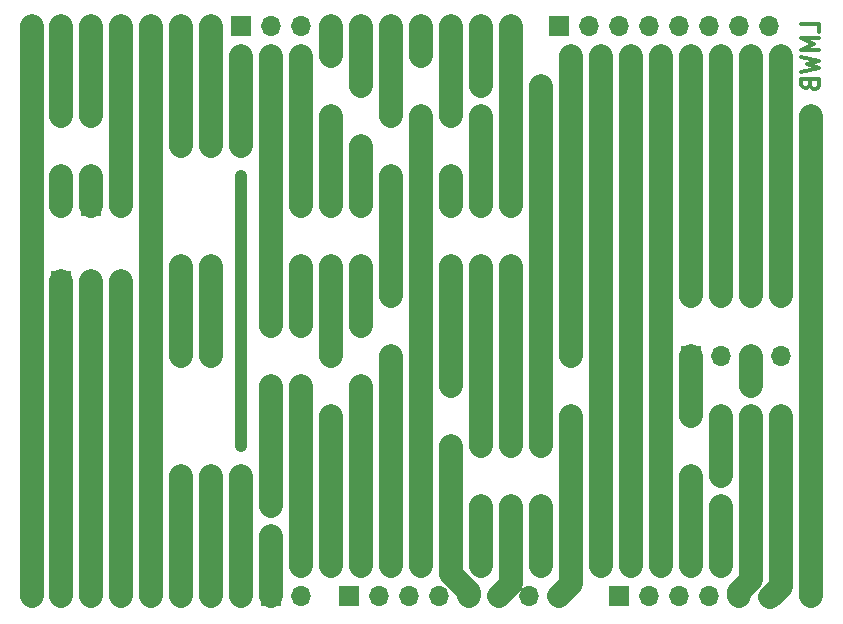
<source format=gbl>
G04 #@! TF.GenerationSoftware,KiCad,Pcbnew,8.0.6*
G04 #@! TF.CreationDate,2024-11-11T09:26:17+01:00*
G04 #@! TF.ProjectId,lmwb_lochraster_arduino_L293D,6c6d7762-5f6c-46f6-9368-726173746572,V.0.1*
G04 #@! TF.SameCoordinates,Original*
G04 #@! TF.FileFunction,Copper,L2,Bot*
G04 #@! TF.FilePolarity,Positive*
%FSLAX46Y46*%
G04 Gerber Fmt 4.6, Leading zero omitted, Abs format (unit mm)*
G04 Created by KiCad (PCBNEW 8.0.6) date 2024-11-11 09:26:17*
%MOMM*%
%LPD*%
G01*
G04 APERTURE LIST*
%ADD10C,0.300000*%
G04 #@! TA.AperFunction,NonConductor*
%ADD11C,0.300000*%
G04 #@! TD*
G04 #@! TA.AperFunction,ComponentPad*
%ADD12R,1.700000X1.700000*%
G04 #@! TD*
G04 #@! TA.AperFunction,ComponentPad*
%ADD13O,1.700000X1.700000*%
G04 #@! TD*
G04 #@! TA.AperFunction,ComponentPad*
%ADD14C,1.400000*%
G04 #@! TD*
G04 #@! TA.AperFunction,ComponentPad*
%ADD15O,1.400000X1.400000*%
G04 #@! TD*
G04 #@! TA.AperFunction,ComponentPad*
%ADD16R,1.600000X1.600000*%
G04 #@! TD*
G04 #@! TA.AperFunction,ComponentPad*
%ADD17O,1.600000X1.600000*%
G04 #@! TD*
G04 #@! TA.AperFunction,ComponentPad*
%ADD18R,1.800000X1.800000*%
G04 #@! TD*
G04 #@! TA.AperFunction,ComponentPad*
%ADD19C,1.800000*%
G04 #@! TD*
G04 #@! TA.AperFunction,ViaPad*
%ADD20C,0.800000*%
G04 #@! TD*
G04 #@! TA.AperFunction,Conductor*
%ADD21C,2.000000*%
G04 #@! TD*
G04 #@! TA.AperFunction,Conductor*
%ADD22C,1.000000*%
G04 #@! TD*
G04 APERTURE END LIST*
D10*
D11*
X112438328Y-28479999D02*
X112438328Y-27765713D01*
X112438328Y-27765713D02*
X110938328Y-27765713D01*
X112438328Y-28979999D02*
X110938328Y-28979999D01*
X110938328Y-28979999D02*
X112009757Y-29479999D01*
X112009757Y-29479999D02*
X110938328Y-29979999D01*
X110938328Y-29979999D02*
X112438328Y-29979999D01*
X110938328Y-30551428D02*
X112438328Y-30908571D01*
X112438328Y-30908571D02*
X111366900Y-31194285D01*
X111366900Y-31194285D02*
X112438328Y-31480000D01*
X112438328Y-31480000D02*
X110938328Y-31837143D01*
X111652614Y-32908571D02*
X111724042Y-33122857D01*
X111724042Y-33122857D02*
X111795471Y-33194286D01*
X111795471Y-33194286D02*
X111938328Y-33265714D01*
X111938328Y-33265714D02*
X112152614Y-33265714D01*
X112152614Y-33265714D02*
X112295471Y-33194286D01*
X112295471Y-33194286D02*
X112366900Y-33122857D01*
X112366900Y-33122857D02*
X112438328Y-32980000D01*
X112438328Y-32980000D02*
X112438328Y-32408571D01*
X112438328Y-32408571D02*
X110938328Y-32408571D01*
X110938328Y-32408571D02*
X110938328Y-32908571D01*
X110938328Y-32908571D02*
X111009757Y-33051429D01*
X111009757Y-33051429D02*
X111081185Y-33122857D01*
X111081185Y-33122857D02*
X111224042Y-33194286D01*
X111224042Y-33194286D02*
X111366900Y-33194286D01*
X111366900Y-33194286D02*
X111509757Y-33122857D01*
X111509757Y-33122857D02*
X111581185Y-33051429D01*
X111581185Y-33051429D02*
X111652614Y-32908571D01*
X111652614Y-32908571D02*
X111652614Y-32408571D01*
D12*
X72644000Y-76200000D03*
D13*
X75184000Y-76200000D03*
X77724000Y-76200000D03*
X80264000Y-76200000D03*
X82804000Y-76200000D03*
X85344000Y-76200000D03*
X87884000Y-76200000D03*
X90424000Y-76200000D03*
D12*
X95504000Y-76200000D03*
D13*
X98044000Y-76200000D03*
X100584000Y-76200000D03*
X103124000Y-76200000D03*
X105664000Y-76200000D03*
X108204000Y-76200000D03*
D12*
X63500000Y-27940000D03*
D13*
X66040000Y-27940000D03*
X68580000Y-27940000D03*
X71120000Y-27940000D03*
X73660000Y-27940000D03*
X76200000Y-27940000D03*
X78740000Y-27940000D03*
X81280000Y-27940000D03*
X83820000Y-27940000D03*
X86360000Y-27940000D03*
D12*
X90424000Y-27940000D03*
D13*
X92964000Y-27940000D03*
X95504000Y-27940000D03*
X98044000Y-27940000D03*
X100584000Y-27940000D03*
X103124000Y-27940000D03*
X105664000Y-27940000D03*
X108204000Y-27940000D03*
D12*
X101600000Y-68580000D03*
D13*
X104140000Y-68580000D03*
X106680000Y-68580000D03*
X109220000Y-68580000D03*
D12*
X101600000Y-43180000D03*
D13*
X104140000Y-43180000D03*
X106679999Y-43180000D03*
X109220000Y-43180000D03*
D14*
X50850000Y-40640000D03*
D15*
X55929999Y-40640000D03*
D16*
X68580000Y-50800000D03*
D17*
X71120000Y-50800000D03*
X73659999Y-50800000D03*
X76200000Y-50800000D03*
X78740000Y-50800000D03*
X81280000Y-50800000D03*
X83820000Y-50800000D03*
X86360001Y-50800000D03*
X86360000Y-43180000D03*
X83820000Y-43180000D03*
X81280000Y-43180000D03*
X78740000Y-43180000D03*
X76200000Y-43180000D03*
X73660000Y-43180000D03*
X71120000Y-43180000D03*
X68580000Y-43180000D03*
D14*
X50800000Y-27940000D03*
D15*
X55879999Y-27940000D03*
D12*
X66040000Y-76200000D03*
D13*
X68580000Y-76200000D03*
D18*
X50800000Y-33020000D03*
D19*
X48260000Y-33020000D03*
D14*
X111760000Y-60960000D03*
D15*
X106680001Y-60960000D03*
D14*
X104140000Y-63500000D03*
D15*
X109220000Y-63500000D03*
D18*
X50800000Y-43180000D03*
D19*
X48260000Y-43180000D03*
D12*
X48260001Y-49530000D03*
D13*
X50800001Y-49530000D03*
X53340000Y-49530000D03*
X55880001Y-49530000D03*
D12*
X101600000Y-55880000D03*
D13*
X104140000Y-55880000D03*
X106679999Y-55880000D03*
X109220000Y-55880000D03*
D20*
X86360000Y-73660000D03*
X78740000Y-68580000D03*
X55880000Y-30480000D03*
X106680000Y-58420000D03*
X104140000Y-73660000D03*
X71120000Y-30480000D03*
X55880000Y-68580000D03*
X86360000Y-68580000D03*
X78740000Y-58420000D03*
X68580000Y-35560000D03*
X111760000Y-71120000D03*
X48260000Y-35560000D03*
X63500000Y-40640000D03*
X81280000Y-63500000D03*
X101600000Y-66040000D03*
X81280000Y-71120000D03*
X63500000Y-63500000D03*
X68580000Y-40640000D03*
X104140000Y-66040000D03*
X101600000Y-71120000D03*
X66040000Y-33020000D03*
X73660000Y-33020000D03*
X68580000Y-53340000D03*
X66040000Y-53340000D03*
X76200000Y-35560000D03*
X71120000Y-35560000D03*
X78740000Y-30480000D03*
X91440000Y-55880000D03*
X71120000Y-55880000D03*
X91440000Y-30480000D03*
X81280000Y-35560000D03*
X83820000Y-35560000D03*
X83820000Y-33020000D03*
X88900000Y-63500000D03*
X88900000Y-33020000D03*
X83820000Y-63500000D03*
X48260000Y-40640000D03*
X45778800Y-66040000D03*
X86360001Y-60960000D03*
X101600000Y-60960000D03*
X91440000Y-60960000D03*
X91440000Y-66040000D03*
X45778800Y-40640000D03*
X109220000Y-38100000D03*
X73660000Y-38100000D03*
X99060000Y-35560000D03*
X99060000Y-53340000D03*
X101600000Y-35560000D03*
X73659999Y-53339999D03*
X81280000Y-48260000D03*
X104140000Y-48260000D03*
X81280000Y-40640000D03*
X106680000Y-40640000D03*
X66040000Y-71120000D03*
X50800000Y-71120000D03*
D21*
X60960000Y-48260000D02*
X60960000Y-55880000D01*
X71120000Y-60960000D02*
X71120000Y-73660000D01*
X60960000Y-76200000D02*
X60960000Y-66040000D01*
X58420000Y-48260000D02*
X58420000Y-55880000D01*
X63500000Y-30480000D02*
X63500000Y-38100000D01*
X93980000Y-30480000D02*
X93980000Y-73660000D01*
X53340000Y-27940000D02*
X53340000Y-43180000D01*
X76200000Y-55880000D02*
X76200000Y-73660000D01*
X68580000Y-58420000D02*
X68580000Y-73660000D01*
X83820000Y-68580000D02*
X83820000Y-73660000D01*
X66040000Y-58420000D02*
X66040000Y-68580000D01*
X58420000Y-66040000D02*
X58420000Y-76200000D01*
X73660000Y-58420000D02*
X73660000Y-73660000D01*
X58420000Y-27940000D02*
X58420000Y-38100000D01*
X96520000Y-30480000D02*
X96520000Y-73660000D01*
X60960000Y-27940000D02*
X60960000Y-38100000D01*
X88900000Y-68580000D02*
X88900000Y-73660000D01*
X63500000Y-66040000D02*
X63500000Y-76200000D01*
X86360000Y-73660000D02*
X86360000Y-68580000D01*
X104140000Y-73660000D02*
X104140000Y-68580000D01*
X78740000Y-58420000D02*
X78740000Y-73660000D01*
X106680000Y-55880001D02*
X106679999Y-55880000D01*
X55880000Y-30480000D02*
X55880000Y-27940000D01*
X78740000Y-50800000D02*
X78740000Y-58420000D01*
X76200000Y-43180000D02*
X76200000Y-40640000D01*
X76200000Y-43180000D02*
X76200000Y-50800000D01*
X78740000Y-35560000D02*
X78740000Y-50800000D01*
X86360000Y-75184000D02*
X85344000Y-76200000D01*
X71120000Y-27940000D02*
X71120000Y-30480000D01*
X86360000Y-73660000D02*
X86360000Y-75184000D01*
X53340000Y-49530000D02*
X53340000Y-76200000D01*
X106680000Y-58420000D02*
X106680000Y-55880001D01*
X55880000Y-76200000D02*
X55880000Y-30480000D01*
X104140000Y-66040000D02*
X104140000Y-60960000D01*
X82804000Y-75840862D02*
X82804000Y-76200000D01*
X48260000Y-35560000D02*
X48260000Y-27940000D01*
X81280000Y-63500000D02*
X81280000Y-71120000D01*
X101600000Y-73660000D02*
X101600000Y-68580000D01*
X81280000Y-71120000D02*
X81280000Y-74316862D01*
D22*
X63500000Y-40640000D02*
X63500000Y-63500000D01*
D21*
X68580000Y-43180000D02*
X68580000Y-30480000D01*
X81280000Y-74316862D02*
X82804000Y-75840862D01*
X101600000Y-66040000D02*
X101600000Y-68580000D01*
X111760000Y-76200000D02*
X111760000Y-35560000D01*
X106680001Y-60960000D02*
X106680001Y-68579999D01*
X105664000Y-75840862D02*
X105664000Y-76200000D01*
X106680001Y-68579999D02*
X106680000Y-68580000D01*
X106680000Y-74824862D02*
X105664000Y-75840862D01*
X106680000Y-68580000D02*
X106680000Y-74824862D01*
X109220000Y-75396132D02*
X108310066Y-76306066D01*
X109220000Y-60960000D02*
X109220000Y-68580000D01*
X109220000Y-68580000D02*
X109220000Y-75396132D01*
X66040000Y-53340000D02*
X66040000Y-30480000D01*
X68580000Y-48260000D02*
X68580000Y-53340000D01*
X73660000Y-33020000D02*
X73660000Y-27940000D01*
X71120000Y-43180000D02*
X71120000Y-35560000D01*
X76200000Y-35560000D02*
X76200000Y-27940000D01*
X86360000Y-27940000D02*
X86360000Y-43180000D01*
X91440000Y-55880000D02*
X91440000Y-30480000D01*
X71120000Y-48260000D02*
X71120000Y-55880000D01*
X78740000Y-30480000D02*
X78740000Y-27940000D01*
X83820000Y-43180000D02*
X83820000Y-35560000D01*
X81280000Y-35560000D02*
X81280000Y-27940000D01*
X88900000Y-63500000D02*
X88900000Y-33020000D01*
X83820000Y-33020000D02*
X83820000Y-27940000D01*
X83820000Y-48260000D02*
X83820000Y-63500000D01*
X50800000Y-35560000D02*
X50800000Y-27940000D01*
X48260000Y-40640000D02*
X48260000Y-43180000D01*
X101600000Y-60960000D02*
X101600000Y-55880000D01*
X45778800Y-40640000D02*
X45778800Y-27940000D01*
X91440000Y-60960000D02*
X91440000Y-66040000D01*
X86360001Y-63499999D02*
X86360000Y-48260000D01*
X45778800Y-76200000D02*
X45778800Y-40640000D01*
X86360001Y-60960000D02*
X86360001Y-63499999D01*
X91440000Y-75184000D02*
X90424000Y-76200000D01*
X91440000Y-66040000D02*
X91440000Y-75184000D01*
X109220000Y-30480000D02*
X109220000Y-50800000D01*
X73660000Y-43180000D02*
X73660000Y-38100000D01*
X99060000Y-30480000D02*
X99060000Y-73660000D01*
X101600000Y-30480000D02*
X101600000Y-50800000D01*
X73659999Y-53339999D02*
X73660000Y-48260000D01*
X81280000Y-58420000D02*
X81280000Y-48260000D01*
X104140000Y-50800000D02*
X104140000Y-30480000D01*
X81280000Y-43180000D02*
X81280000Y-40640000D01*
X106680000Y-50800000D02*
X106679999Y-43180000D01*
X106680000Y-30480000D02*
X106680000Y-50800000D01*
X48260001Y-66670069D02*
X48260000Y-66670070D01*
X66040000Y-71120000D02*
X66040000Y-76200000D01*
X50800001Y-49530000D02*
X50800000Y-76200000D01*
X48260001Y-49530000D02*
X48260001Y-66670069D01*
X50800000Y-76200000D02*
X50800000Y-71120000D01*
X48260000Y-66670070D02*
X48260000Y-76200000D01*
X50800000Y-43180000D02*
X50800000Y-40640000D01*
M02*

</source>
